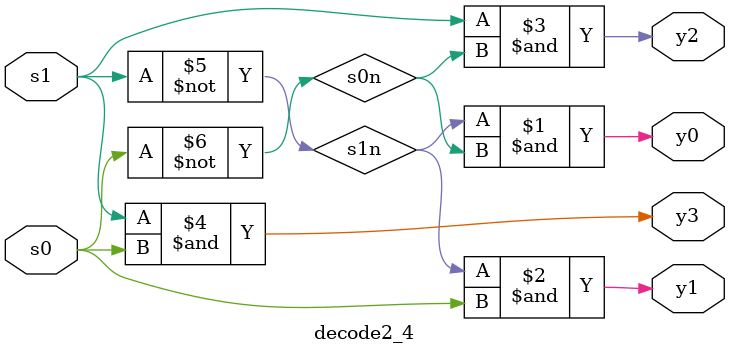
<source format=v>
module decode2_4(y0, y1, y2, y3, s0, s1);
 output y0, y1, y2, y3;
 input s0, s1;
 
 wire s1n, s0n;
 
 not n1(s1n, s1);
 not n2(s0n, s0);
 and a0(y0, s1n, s0n);
 and a1(y1, s1n, s0);
 and a2(y2, s1, s0n);
 and a3(y3, s1, s0);
endmodule
</source>
